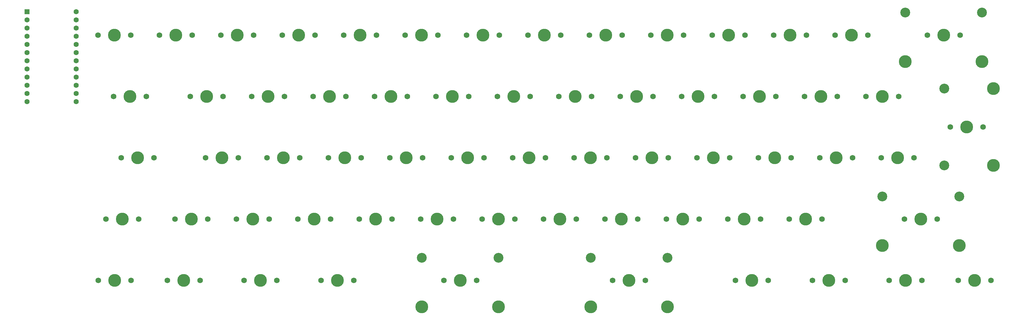
<source format=gbr>
%TF.GenerationSoftware,KiCad,Pcbnew,(6.0.7-1)-1*%
%TF.CreationDate,2022-09-29T18:34:30+02:00*%
%TF.ProjectId,staggered-keyboard,73746167-6765-4726-9564-2d6b6579626f,rev?*%
%TF.SameCoordinates,Original*%
%TF.FileFunction,Soldermask,Top*%
%TF.FilePolarity,Negative*%
%FSLAX46Y46*%
G04 Gerber Fmt 4.6, Leading zero omitted, Abs format (unit mm)*
G04 Created by KiCad (PCBNEW (6.0.7-1)-1) date 2022-09-29 18:34:30*
%MOMM*%
%LPD*%
G01*
G04 APERTURE LIST*
%ADD10C,3.987800*%
%ADD11C,1.750000*%
%ADD12C,3.048000*%
%ADD13C,1.600000*%
%ADD14R,1.600000X1.600000*%
G04 APERTURE END LIST*
D10*
%TO.C,MX20*%
X199977500Y-168257500D03*
D11*
X194897500Y-168257500D03*
X205057500Y-168257500D03*
%TD*%
D10*
%TO.C,MX50*%
X252365000Y-206357500D03*
D11*
X247285000Y-206357500D03*
X257445000Y-206357500D03*
%TD*%
%TO.C,MX53*%
X314595000Y-206357500D03*
D10*
X309515000Y-206357500D03*
D11*
X304435000Y-206357500D03*
%TD*%
%TO.C,MX27*%
X338407500Y-168257500D03*
X328247500Y-168257500D03*
D10*
X333327500Y-168257500D03*
%TD*%
D11*
%TO.C,MX39*%
X305070000Y-187307500D03*
D10*
X299990000Y-187307500D03*
D11*
X294910000Y-187307500D03*
%TD*%
%TO.C,MX14*%
X347282500Y-149212500D03*
D10*
X352362500Y-149212500D03*
D12*
X340456250Y-142227500D03*
D11*
X357442500Y-149212500D03*
D10*
X340456250Y-157467500D03*
D12*
X364268750Y-142227500D03*
D10*
X364268750Y-157467500D03*
%TD*%
D11*
%TO.C,MX21*%
X224107500Y-168257500D03*
D10*
X219027500Y-168257500D03*
D11*
X213947500Y-168257500D03*
%TD*%
%TO.C,MX64*%
X356870000Y-225425000D03*
D10*
X361950000Y-225425000D03*
D11*
X367030000Y-225425000D03*
%TD*%
%TO.C,MX1*%
X90130000Y-149220000D03*
X100290000Y-149220000D03*
D10*
X95210000Y-149220000D03*
%TD*%
%TO.C,MX7*%
X209502500Y-149207500D03*
D11*
X204422500Y-149207500D03*
X214582500Y-149207500D03*
%TD*%
D10*
%TO.C,MX10*%
X266652500Y-149207500D03*
D11*
X261572500Y-149207500D03*
X271732500Y-149207500D03*
%TD*%
%TO.C,MX51*%
X276495000Y-206357500D03*
D10*
X271415000Y-206357500D03*
D11*
X266335000Y-206357500D03*
%TD*%
%TO.C,MX17*%
X137747500Y-168257500D03*
X147907500Y-168257500D03*
D10*
X142827500Y-168257500D03*
%TD*%
%TO.C,MX25*%
X295227500Y-168257500D03*
D11*
X300307500Y-168257500D03*
X290147500Y-168257500D03*
%TD*%
D10*
%TO.C,MX22*%
X238077500Y-168257500D03*
D11*
X243157500Y-168257500D03*
X232997500Y-168257500D03*
%TD*%
%TO.C,MX8*%
X233632500Y-149207500D03*
D10*
X228552500Y-149207500D03*
D11*
X223472500Y-149207500D03*
%TD*%
%TO.C,MX44*%
X132985000Y-206357500D03*
D10*
X138065000Y-206357500D03*
D11*
X143145000Y-206357500D03*
%TD*%
D10*
%TO.C,MX43*%
X119080000Y-206390000D03*
D11*
X124160000Y-206390000D03*
X114000000Y-206390000D03*
%TD*%
%TO.C,MX55*%
X90170000Y-225425000D03*
X100330000Y-225425000D03*
D10*
X95250000Y-225425000D03*
%TD*%
D11*
%TO.C,MX3*%
X128222500Y-149207500D03*
D10*
X133302500Y-149207500D03*
D11*
X138382500Y-149207500D03*
%TD*%
D10*
%TO.C,MX23*%
X257127500Y-168257500D03*
D11*
X262207500Y-168257500D03*
X252047500Y-168257500D03*
%TD*%
%TO.C,MX4*%
X157432500Y-149207500D03*
X147272500Y-149207500D03*
D10*
X152352500Y-149207500D03*
%TD*%
D11*
%TO.C,MX49*%
X228235000Y-206357500D03*
X238395000Y-206357500D03*
D10*
X233315000Y-206357500D03*
%TD*%
D11*
%TO.C,MX61*%
X287813750Y-225425000D03*
X297973750Y-225425000D03*
D10*
X292893750Y-225425000D03*
%TD*%
D12*
%TO.C,MX54*%
X333375000Y-199390000D03*
D11*
X340201250Y-206375000D03*
D10*
X333375000Y-214630000D03*
X357187500Y-214630000D03*
D11*
X350361250Y-206375000D03*
D10*
X345281250Y-206375000D03*
D12*
X357187500Y-199390000D03*
%TD*%
D11*
%TO.C,MX56*%
X111601250Y-225425000D03*
X121761250Y-225425000D03*
D10*
X116681250Y-225425000D03*
%TD*%
D11*
%TO.C,MX60*%
X249713750Y-225425000D03*
D10*
X254793750Y-225425000D03*
D11*
X259873750Y-225425000D03*
D12*
X242887500Y-218440000D03*
X266700000Y-218440000D03*
D10*
X242887500Y-233680000D03*
X266700000Y-233680000D03*
%TD*%
D11*
%TO.C,MX11*%
X280622500Y-149207500D03*
X290782500Y-149207500D03*
D10*
X285702500Y-149207500D03*
%TD*%
%TO.C,MX35*%
X223790000Y-187307500D03*
D11*
X218710000Y-187307500D03*
X228870000Y-187307500D03*
%TD*%
%TO.C,MX13*%
X328882500Y-149207500D03*
D10*
X323802500Y-149207500D03*
D11*
X318722500Y-149207500D03*
%TD*%
%TO.C,MX41*%
X343170000Y-187307500D03*
X333010000Y-187307500D03*
D10*
X338090000Y-187307500D03*
%TD*%
D11*
%TO.C,MX36*%
X247920000Y-187307500D03*
X237760000Y-187307500D03*
D10*
X242840000Y-187307500D03*
%TD*%
%TO.C,MX28*%
X367776250Y-189720500D03*
X359521250Y-177782500D03*
D11*
X364601250Y-177782500D03*
D12*
X352536250Y-165844500D03*
D10*
X367776250Y-165844500D03*
D11*
X354441250Y-177782500D03*
D12*
X352536250Y-189720500D03*
%TD*%
D11*
%TO.C,MX5*%
X166322500Y-149207500D03*
X176482500Y-149207500D03*
D10*
X171402500Y-149207500D03*
%TD*%
D11*
%TO.C,MX32*%
X171720000Y-187307500D03*
X161560000Y-187307500D03*
D10*
X166640000Y-187307500D03*
%TD*%
D11*
%TO.C,MX40*%
X324120000Y-187307500D03*
D10*
X319040000Y-187307500D03*
D11*
X313960000Y-187307500D03*
%TD*%
%TO.C,MX2*%
X109140000Y-149210000D03*
X119300000Y-149210000D03*
D10*
X114220000Y-149210000D03*
%TD*%
%TO.C,MX58*%
X164306250Y-225425000D03*
D11*
X159226250Y-225425000D03*
X169386250Y-225425000D03*
%TD*%
D10*
%TO.C,MX15*%
X99975000Y-168250000D03*
D11*
X105055000Y-168250000D03*
X94895000Y-168250000D03*
%TD*%
D10*
%TO.C,MX57*%
X140493750Y-225425000D03*
D11*
X145573750Y-225425000D03*
X135413750Y-225425000D03*
%TD*%
%TO.C,MX26*%
X319357500Y-168257500D03*
D10*
X314277500Y-168257500D03*
D11*
X309197500Y-168257500D03*
%TD*%
%TO.C,MX62*%
X321786250Y-225425000D03*
D10*
X316706250Y-225425000D03*
D11*
X311626250Y-225425000D03*
%TD*%
%TO.C,MX9*%
X242522500Y-149207500D03*
X252682500Y-149207500D03*
D10*
X247602500Y-149207500D03*
%TD*%
%TO.C,MX34*%
X204740000Y-187307500D03*
D11*
X199660000Y-187307500D03*
X209820000Y-187307500D03*
%TD*%
%TO.C,MX29*%
X97313750Y-187325000D03*
D10*
X102393750Y-187325000D03*
D11*
X107473750Y-187325000D03*
%TD*%
D10*
%TO.C,MX18*%
X161877500Y-168257500D03*
D11*
X166957500Y-168257500D03*
X156797500Y-168257500D03*
%TD*%
D10*
%TO.C,MX46*%
X176165000Y-206357500D03*
D11*
X171085000Y-206357500D03*
X181245000Y-206357500D03*
%TD*%
%TO.C,MX33*%
X190770000Y-187307500D03*
X180610000Y-187307500D03*
D10*
X185690000Y-187307500D03*
%TD*%
D11*
%TO.C,MX12*%
X299672500Y-149207500D03*
X309832500Y-149207500D03*
D10*
X304752500Y-149207500D03*
%TD*%
D11*
%TO.C,MX48*%
X209185000Y-206357500D03*
D10*
X214265000Y-206357500D03*
D11*
X219345000Y-206357500D03*
%TD*%
D10*
%TO.C,MX42*%
X97631250Y-206375000D03*
D11*
X102711250Y-206375000D03*
X92551250Y-206375000D03*
%TD*%
D10*
%TO.C,MX63*%
X340518750Y-225425000D03*
D11*
X345598750Y-225425000D03*
X335438750Y-225425000D03*
%TD*%
%TO.C,MX37*%
X266970000Y-187307500D03*
D10*
X261890000Y-187307500D03*
D11*
X256810000Y-187307500D03*
%TD*%
D10*
%TO.C,MX52*%
X290465000Y-206357500D03*
D11*
X295545000Y-206357500D03*
X285385000Y-206357500D03*
%TD*%
%TO.C,MX6*%
X185372500Y-149207500D03*
D10*
X190452500Y-149207500D03*
D11*
X195532500Y-149207500D03*
%TD*%
%TO.C,MX24*%
X281257500Y-168257500D03*
X271097500Y-168257500D03*
D10*
X276177500Y-168257500D03*
%TD*%
D11*
%TO.C,MX30*%
X123460000Y-187307500D03*
X133620000Y-187307500D03*
D10*
X128540000Y-187307500D03*
%TD*%
D11*
%TO.C,MX47*%
X200295000Y-206357500D03*
D10*
X195215000Y-206357500D03*
D11*
X190135000Y-206357500D03*
%TD*%
%TO.C,MX45*%
X152035000Y-206357500D03*
D10*
X157115000Y-206357500D03*
D11*
X162195000Y-206357500D03*
%TD*%
%TO.C,MX19*%
X186007500Y-168257500D03*
D10*
X180927500Y-168257500D03*
D11*
X175847500Y-168257500D03*
%TD*%
%TO.C,MX38*%
X275860000Y-187307500D03*
D10*
X280940000Y-187307500D03*
D11*
X286020000Y-187307500D03*
%TD*%
D10*
%TO.C,MX16*%
X123777500Y-168257500D03*
D11*
X118697500Y-168257500D03*
X128857500Y-168257500D03*
%TD*%
D12*
%TO.C,MX59*%
X190500000Y-218440000D03*
D10*
X202406250Y-225425000D03*
X190500000Y-233680000D03*
D11*
X207486250Y-225425000D03*
D12*
X214312500Y-218440000D03*
D10*
X214312500Y-233680000D03*
D11*
X197326250Y-225425000D03*
%TD*%
D10*
%TO.C,MX31*%
X147590000Y-187307500D03*
D11*
X152670000Y-187307500D03*
X142510000Y-187307500D03*
%TD*%
D13*
%TO.C,U1*%
X83300000Y-141940000D03*
X83300000Y-144480000D03*
X83300000Y-147020000D03*
X83300000Y-149560000D03*
X83300000Y-152100000D03*
X83300000Y-154640000D03*
X83300000Y-157180000D03*
X83300000Y-159720000D03*
X83300000Y-162260000D03*
X83300000Y-164800000D03*
X83300000Y-167340000D03*
X83300000Y-169880000D03*
X68060000Y-169880000D03*
X68060000Y-167340000D03*
X68060000Y-164800000D03*
X68060000Y-162260000D03*
X68060000Y-159720000D03*
X68060000Y-157180000D03*
X68060000Y-154640000D03*
X68060000Y-152100000D03*
X68060000Y-149560000D03*
X68060000Y-147020000D03*
X68060000Y-144480000D03*
D14*
X68060000Y-141940000D03*
%TD*%
M02*

</source>
